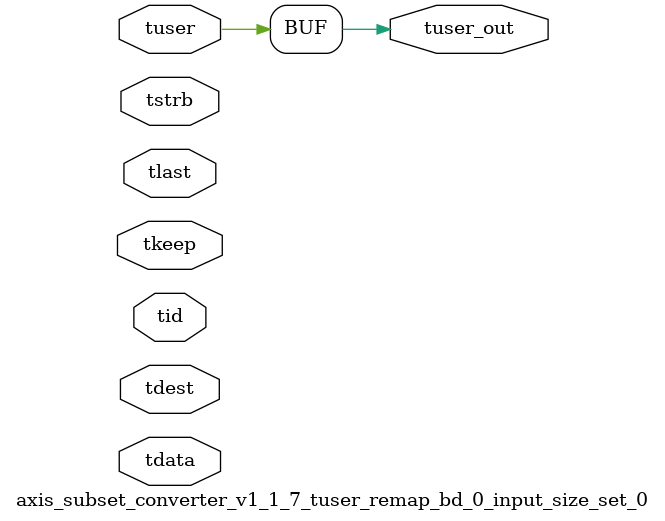
<source format=v>


`timescale 1ps/1ps

module axis_subset_converter_v1_1_7_tuser_remap_bd_0_input_size_set_0 #
(
parameter C_S_AXIS_TUSER_WIDTH = 1,
parameter C_S_AXIS_TDATA_WIDTH = 32,
parameter C_S_AXIS_TID_WIDTH   = 0,
parameter C_S_AXIS_TDEST_WIDTH = 0,
parameter C_M_AXIS_TUSER_WIDTH = 1
)
(
input  [(C_S_AXIS_TUSER_WIDTH == 0 ? 1 : C_S_AXIS_TUSER_WIDTH)-1:0     ] tuser,
input  [(C_S_AXIS_TDATA_WIDTH == 0 ? 1 : C_S_AXIS_TDATA_WIDTH)-1:0     ] tdata,
input  [(C_S_AXIS_TID_WIDTH   == 0 ? 1 : C_S_AXIS_TID_WIDTH)-1:0       ] tid,
input  [(C_S_AXIS_TDEST_WIDTH == 0 ? 1 : C_S_AXIS_TDEST_WIDTH)-1:0     ] tdest,
input  [(C_S_AXIS_TDATA_WIDTH/8)-1:0 ] tkeep,
input  [(C_S_AXIS_TDATA_WIDTH/8)-1:0 ] tstrb,
input                                                                    tlast,
output [C_M_AXIS_TUSER_WIDTH-1:0] tuser_out
);

assign tuser_out = {tuser[0:0]};

endmodule


</source>
